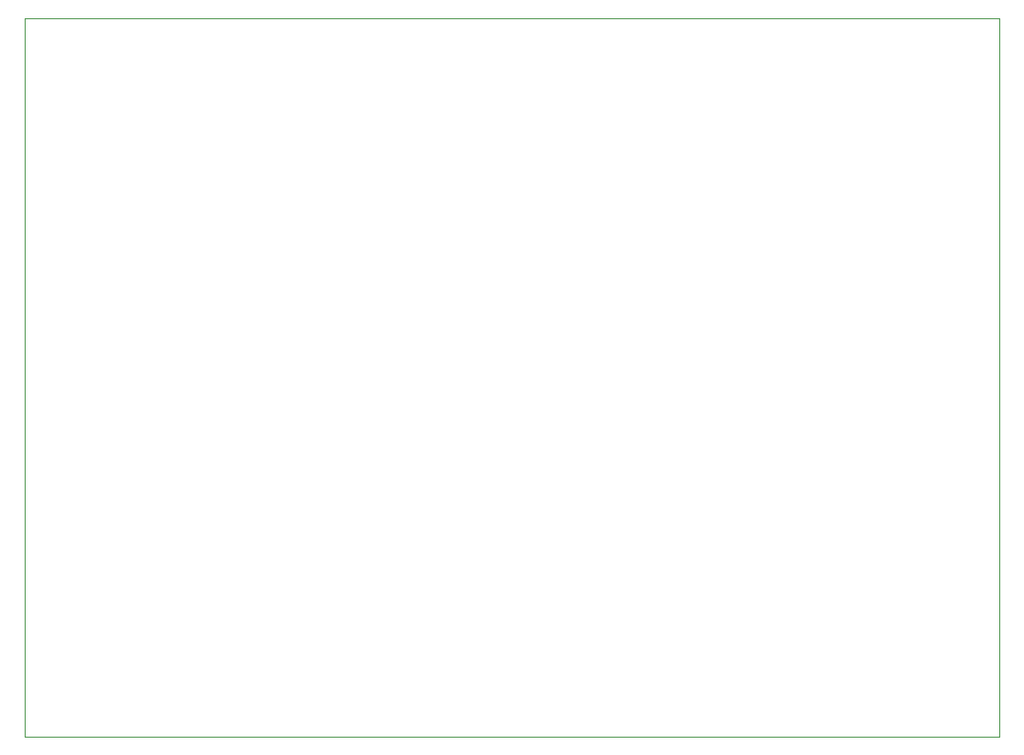
<source format=gbr>
G04 #@! TF.GenerationSoftware,KiCad,Pcbnew,(5.1.0-0)*
G04 #@! TF.CreationDate,2019-04-12T14:29:56-04:00*
G04 #@! TF.ProjectId,pyControl_DSeries,7079436f-6e74-4726-9f6c-5f4453657269,rev?*
G04 #@! TF.SameCoordinates,Original*
G04 #@! TF.FileFunction,Profile,NP*
%FSLAX46Y46*%
G04 Gerber Fmt 4.6, Leading zero omitted, Abs format (unit mm)*
G04 Created by KiCad (PCBNEW (5.1.0-0)) date 2019-04-12 14:29:56*
%MOMM*%
%LPD*%
G04 APERTURE LIST*
%ADD10C,0.050000*%
G04 APERTURE END LIST*
D10*
X52070000Y-85852000D02*
X52070000Y-152400000D01*
X142240000Y-85852000D02*
X52070000Y-85852000D01*
X142240000Y-152400000D02*
X142240000Y-85852000D01*
X52070000Y-152400000D02*
X142240000Y-152400000D01*
M02*

</source>
